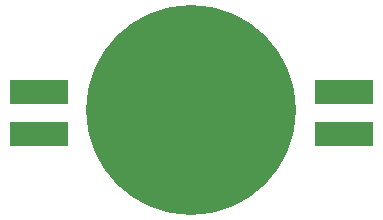
<source format=gbr>
%TF.GenerationSoftware,KiCad,Pcbnew,7.0.8*%
%TF.CreationDate,2024-07-01T13:11:13+02:00*%
%TF.ProjectId,PaperBot,50617065-7242-46f7-942e-6b696361645f,rev?*%
%TF.SameCoordinates,Original*%
%TF.FileFunction,Paste,Bot*%
%TF.FilePolarity,Positive*%
%FSLAX46Y46*%
G04 Gerber Fmt 4.6, Leading zero omitted, Abs format (unit mm)*
G04 Created by KiCad (PCBNEW 7.0.8) date 2024-07-01 13:11:13*
%MOMM*%
%LPD*%
G01*
G04 APERTURE LIST*
%ADD10R,5.000000X2.000000*%
%ADD11C,17.780000*%
G04 APERTURE END LIST*
D10*
%TO.C,U2*%
X140354000Y-85332000D03*
X140354000Y-81776000D03*
X114460000Y-85332000D03*
X114460000Y-81776000D03*
D11*
X127400000Y-83300000D03*
%TD*%
M02*

</source>
